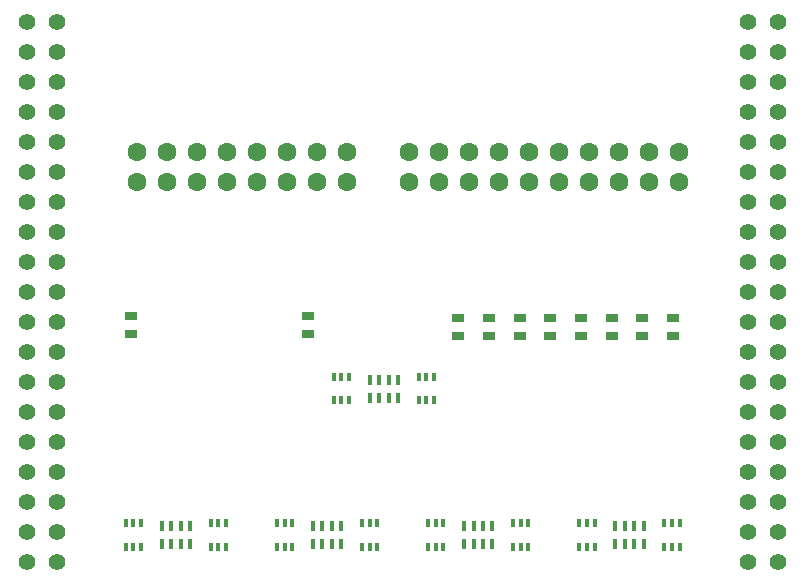
<source format=gbs>
G04 #@! TF.GenerationSoftware,KiCad,Pcbnew,(5.1.9)-1*
G04 #@! TF.CreationDate,2021-09-15T15:10:51+02:00*
G04 #@! TF.ProjectId,Shield-IO,53686965-6c64-42d4-994f-2e6b69636164,rev?*
G04 #@! TF.SameCoordinates,PXd59f80PYd59f80*
G04 #@! TF.FileFunction,Soldermask,Bot*
G04 #@! TF.FilePolarity,Negative*
%FSLAX46Y46*%
G04 Gerber Fmt 4.6, Leading zero omitted, Abs format (unit mm)*
G04 Created by KiCad (PCBNEW (5.1.9)-1) date 2021-09-15 15:10:51*
%MOMM*%
%LPD*%
G01*
G04 APERTURE LIST*
%ADD10R,0.350000X0.800000*%
%ADD11R,1.000000X0.700000*%
%ADD12C,1.400000*%
%ADD13C,1.600000*%
%ADD14R,0.450000X0.950000*%
G04 APERTURE END LIST*
D10*
X29800000Y-35200000D03*
X30450000Y-35200000D03*
X29150000Y-35200000D03*
X29150000Y-33200000D03*
X30450000Y-33200000D03*
X29800000Y-33200000D03*
X37000000Y-35200000D03*
X37650000Y-35200000D03*
X36350000Y-35200000D03*
X36350000Y-33200000D03*
X37650000Y-33200000D03*
X37000000Y-33200000D03*
X12200000Y-47600000D03*
X12850000Y-47600000D03*
X11550000Y-47600000D03*
X11550000Y-45600000D03*
X12850000Y-45600000D03*
X12200000Y-45600000D03*
X19400000Y-47600000D03*
X20050000Y-47600000D03*
X18750000Y-47600000D03*
X18750000Y-45600000D03*
X20050000Y-45600000D03*
X19400000Y-45600000D03*
X25000000Y-47600000D03*
X25650000Y-47600000D03*
X24350000Y-47600000D03*
X24350000Y-45600000D03*
X25650000Y-45600000D03*
X25000000Y-45600000D03*
X32200000Y-47600000D03*
X32850000Y-47600000D03*
X31550000Y-47600000D03*
X31550000Y-45600000D03*
X32850000Y-45600000D03*
X32200000Y-45600000D03*
X37800000Y-47600000D03*
X38450000Y-47600000D03*
X37150000Y-47600000D03*
X37150000Y-45600000D03*
X38450000Y-45600000D03*
X37800000Y-45600000D03*
X45000000Y-47600000D03*
X45650000Y-47600000D03*
X44350000Y-47600000D03*
X44350000Y-45600000D03*
X45650000Y-45600000D03*
X45000000Y-45600000D03*
X50600000Y-47600000D03*
X51250000Y-47600000D03*
X49950000Y-47600000D03*
X49950000Y-45600000D03*
X51250000Y-45600000D03*
X50600000Y-45600000D03*
X57800000Y-47600000D03*
X58450000Y-47600000D03*
X57150000Y-47600000D03*
X57150000Y-45600000D03*
X58450000Y-45600000D03*
X57800000Y-45600000D03*
D11*
X57900000Y-29750000D03*
X57900000Y-28250000D03*
X55300000Y-29750000D03*
X55300000Y-28250000D03*
X52700000Y-29750000D03*
X52700000Y-28250000D03*
X50100000Y-29750000D03*
X50100000Y-28250000D03*
X47500000Y-29750000D03*
X47500000Y-28250000D03*
X44900000Y-29750000D03*
X44900000Y-28250000D03*
X42300000Y-29750000D03*
X42300000Y-28250000D03*
X39700000Y-29750000D03*
X39700000Y-28250000D03*
X27000000Y-29550000D03*
X27000000Y-28050000D03*
X12000000Y-29550000D03*
X12000000Y-28050000D03*
D12*
X3230000Y-36160000D03*
X5770000Y-38700000D03*
X3230000Y-41240000D03*
X5770000Y-36160000D03*
X3230000Y-38700000D03*
X5770000Y-43780000D03*
X3230000Y-46320000D03*
X5770000Y-46320000D03*
X3230000Y-48860000D03*
X3230000Y-43780000D03*
X5770000Y-48860000D03*
X5770000Y-41240000D03*
X3230000Y-8220000D03*
X5770000Y-5680000D03*
X3230000Y-5680000D03*
X5770000Y-15840000D03*
X5770000Y-31080000D03*
X5770000Y-3140000D03*
X3230000Y-23460000D03*
X3230000Y-18380000D03*
X3230000Y-3140000D03*
X5770000Y-28540000D03*
X3230000Y-15840000D03*
X5770000Y-13300000D03*
X5770000Y-8220000D03*
X5770000Y-20920000D03*
X3230000Y-13300000D03*
X3230000Y-33620000D03*
X3230000Y-31080000D03*
X3230000Y-28540000D03*
X5770000Y-23460000D03*
X5770000Y-10760000D03*
X5770000Y-33620000D03*
X5770000Y-26000000D03*
X3230000Y-26000000D03*
X3230000Y-20920000D03*
X5770000Y-18380000D03*
X3230000Y-10760000D03*
X64230000Y-36160000D03*
X66770000Y-38700000D03*
X64230000Y-41240000D03*
X66770000Y-36160000D03*
X64230000Y-38700000D03*
X66770000Y-43780000D03*
X64230000Y-46320000D03*
X66770000Y-46320000D03*
X64230000Y-48860000D03*
X64230000Y-43780000D03*
X66770000Y-48860000D03*
X66770000Y-41240000D03*
X64230000Y-8220000D03*
X66770000Y-5680000D03*
X64230000Y-5680000D03*
X66770000Y-15840000D03*
X66770000Y-31080000D03*
X66770000Y-3140000D03*
X64230000Y-23460000D03*
X64230000Y-18380000D03*
X64230000Y-3140000D03*
X66770000Y-28540000D03*
X64230000Y-15840000D03*
X66770000Y-13300000D03*
X66770000Y-8220000D03*
X66770000Y-20920000D03*
X64230000Y-13300000D03*
X64230000Y-33620000D03*
X64230000Y-31080000D03*
X64230000Y-28540000D03*
X66770000Y-23460000D03*
X66770000Y-10760000D03*
X66770000Y-33620000D03*
X66770000Y-26000000D03*
X64230000Y-26000000D03*
X64230000Y-20920000D03*
X66770000Y-18380000D03*
X64230000Y-10760000D03*
D13*
X20130000Y-14130000D03*
X30290000Y-14130000D03*
X27750000Y-14130000D03*
X15050000Y-14130000D03*
X12510000Y-14130000D03*
X25210000Y-14130000D03*
X22670000Y-14130000D03*
X17590000Y-14130000D03*
X12510000Y-16670000D03*
X15050000Y-16670000D03*
X17590000Y-16670000D03*
X20130000Y-16670000D03*
X22670000Y-16670000D03*
X25210000Y-16670000D03*
X27750000Y-16670000D03*
X30290000Y-16670000D03*
X43190000Y-14130000D03*
X53350000Y-14130000D03*
X50810000Y-14130000D03*
X38110000Y-14130000D03*
X55890000Y-14130000D03*
X35570000Y-14130000D03*
X48270000Y-14130000D03*
X45730000Y-14130000D03*
X58430000Y-14130000D03*
X40650000Y-14130000D03*
X55890000Y-16670000D03*
X58430000Y-16670000D03*
X35570000Y-16670000D03*
X38110000Y-16670000D03*
X40650000Y-16670000D03*
X43190000Y-16670000D03*
X45730000Y-16670000D03*
X48270000Y-16670000D03*
X50810000Y-16670000D03*
X53350000Y-16670000D03*
D14*
X53800000Y-47350000D03*
X53800000Y-45850000D03*
X54600000Y-45850000D03*
X54600000Y-47350000D03*
X55400000Y-47350000D03*
X55400000Y-45850000D03*
X53000000Y-45850000D03*
X53000000Y-47350000D03*
X41000000Y-47350000D03*
X41000000Y-45850000D03*
X41800000Y-45850000D03*
X41800000Y-47350000D03*
X42600000Y-47350000D03*
X42600000Y-45850000D03*
X40200000Y-45850000D03*
X40200000Y-47350000D03*
X28200000Y-47350000D03*
X28200000Y-45850000D03*
X29000000Y-45850000D03*
X29000000Y-47350000D03*
X29800000Y-47350000D03*
X29800000Y-45850000D03*
X27400000Y-45850000D03*
X27400000Y-47350000D03*
X15400000Y-47350000D03*
X15400000Y-45850000D03*
X16200000Y-45850000D03*
X16200000Y-47350000D03*
X17000000Y-47350000D03*
X17000000Y-45850000D03*
X14600000Y-45850000D03*
X14600000Y-47350000D03*
X33000000Y-34950000D03*
X33000000Y-33450000D03*
X33800000Y-33450000D03*
X33800000Y-34950000D03*
X34600000Y-34950000D03*
X34600000Y-33450000D03*
X32200000Y-33450000D03*
X32200000Y-34950000D03*
M02*

</source>
